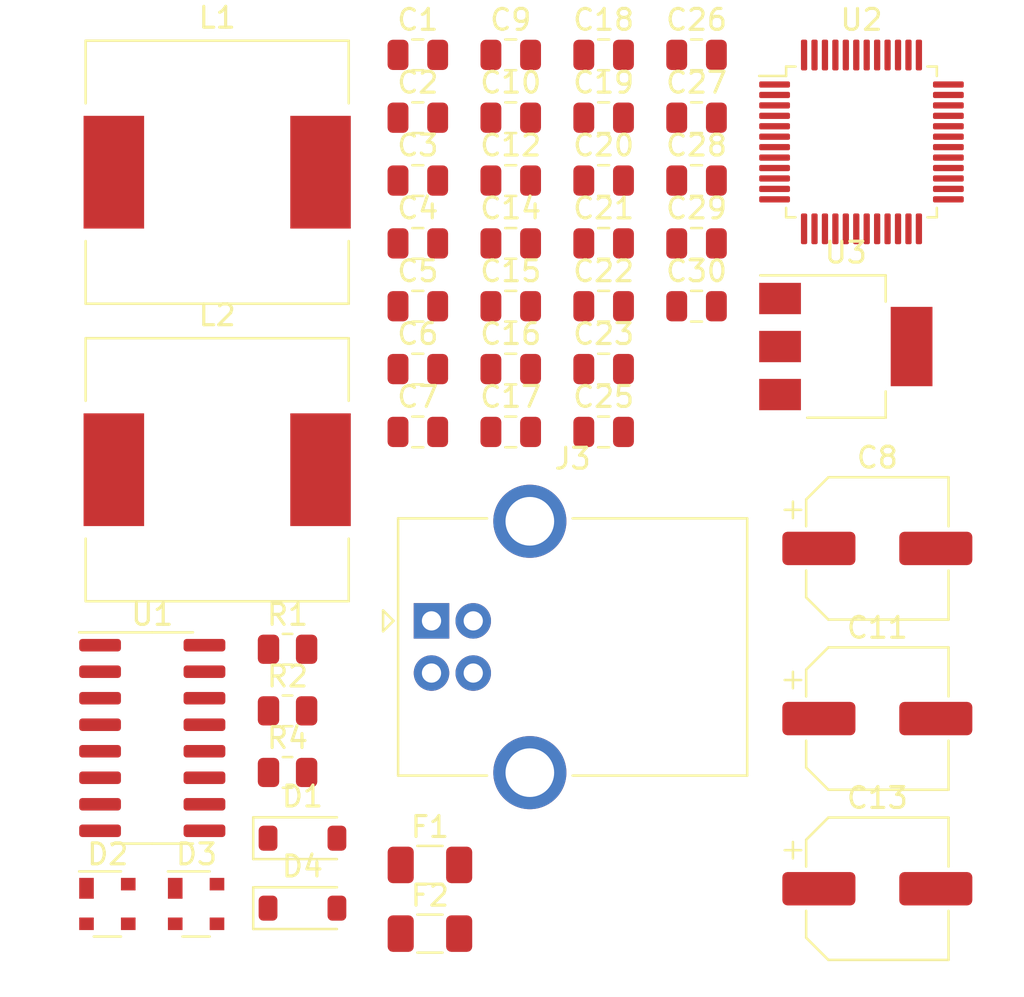
<source format=kicad_pcb>
(kicad_pcb (version 20221018) (generator pcbnew)
  (layers (0 "F.Cu" signal) (31 "B.Cu" signal) (34 "B.Paste" user) (35 "F.Paste" user) (36 "B.SilkS" user "B.Silkscreen") (37 "F.SilkS" user "F.Silkscreen") (38 "B.Mask" user) (39 "F.Mask" user) (44 "Edge.Cuts" user))
  (net 0 "")
  (net 1 "Net-(U2-MUTEP)")
  (net 2 "GND")
  (net 3 "Net-(U2-MUTER)")
  (net 4 "Net-(U2-VOLUP)")
  (net 5 "DAT_OUT")
  (net 6 "Net-(U2-MICINL)")
  (net 7 "Net-(U2-MICINR)")
  (net 8 "Net-(U2-VOLDN)")
  (net 9 "+5VA")
  (net 10 "+5P")
  (net 11 "+5V")
  (net 12 "+3.3V")
  (net 13 "Net-(U2-LOL)")
  (net 14 "DAT_IN")
  (net 15 "Net-(U2-LOR)")
  (net 16 "Net-(U2-DREG33)")
  (net 17 "Net-(U2-DREG18)")
  (net 18 "Net-(U1-VDD18)")
  (net 19 "Net-(U1-VDD33)")
  (net 20 "Net-(U2-AREG36)")
  (net 21 "+3.3VA")
  (net 22 "Net-(D1-K)")
  (net 23 "Net-(D2-I{slash}O1)")
  (net 24 "Net-(D2-I{slash}O2)")
  (net 25 "Net-(D3-I{slash}O1)")
  (net 26 "Net-(D3-I{slash}O2)")
  (net 27 "Net-(D4-K)")
  (net 28 "Net-(J1-Pad5)")
  (net 29 "Net-(J1-Pad1)")
  (net 34 "Net-(U1-DM2)")
  (net 35 "Net-(U1-DP2)")
  (net 36 "Net-(U1-XOUT)")
  (net 37 "Net-(U1-XIN)")
  (footprint "Capacitor_SMD:C_0805_2012Metric" (layer "F.Cu") (at 157.318 82.844)
    (fp_text reference "C22" (at 0 -1.68) (layer "F.SilkS"))
    (fp_text value "10uF")
    (fp_line (start -0.261252 -0.735) (end 0.261252 -0.735) (stroke (width 0.12)) (layer "F.SilkS"))
    (fp_line (start -0.261252 0.735) (end 0.261252 0.735) (stroke (width 0.12)) (layer "F.SilkS"))
    (pad "1" smd roundrect (at -0.95 0) (size 1 1.45) (layers "F.Cu" "F.Paste" "F.Mask") (net 20 "Net-(U2-AREG36)"))
    (pad "2" smd roundrect (at 0.95 0) (size 1 1.45) (layers "F.Cu" "F.Paste" "F.Mask") (net 2 "GND"))
  )
  (footprint "Capacitor_SMD:C_0805_2012Metric" (layer "F.Cu") (at 148.418 88.864)
    (fp_text reference "C7" (at 0 -1.68) (layer "F.SilkS"))
    (fp_text value "100nF")
    (fp_line (start -0.261252 -0.735) (end 0.261252 -0.735) (stroke (width 0.12)) (layer "F.SilkS"))
    (fp_line (start -0.261252 0.735) (end 0.261252 0.735) (stroke (width 0.12)) (layer "F.SilkS"))
    (pad "1" smd roundrect (at -0.95 0) (size 1 1.45) (layers "F.Cu" "F.Paste" "F.Mask") (net 9 "+5VA"))
    (pad "2" smd roundrect (at 0.95 0) (size 1 1.45) (layers "F.Cu" "F.Paste" "F.Mask") (net 2 "GND"))
  )
  (footprint "Capacitor_SMD:C_0805_2012Metric" (layer "F.Cu") (at 152.868 79.834)
    (fp_text reference "C14" (at 0 -1.68) (layer "F.SilkS"))
    (fp_text value "100nF")
    (fp_line (start -0.261252 -0.735) (end 0.261252 -0.735) (stroke (width 0.12)) (layer "F.SilkS"))
    (fp_line (start -0.261252 0.735) (end 0.261252 0.735) (stroke (width 0.12)) (layer "F.SilkS"))
    (pad "1" smd roundrect (at -0.95 0) (size 1 1.45) (layers "F.Cu" "F.Paste" "F.Mask") (net 12 "+3.3V"))
    (pad "2" smd roundrect (at 0.95 0) (size 1 1.45) (layers "F.Cu" "F.Paste" "F.Mask") (net 2 "GND"))
  )
  (footprint "Capacitor_SMD:C_0805_2012Metric" (layer "F.Cu") (at 161.768 70.804)
    (fp_text reference "C26" (at 0 -1.68) (layer "F.SilkS"))
    (fp_text value "100nF")
    (fp_line (start -0.261252 -0.735) (end 0.261252 -0.735) (stroke (width 0.12)) (layer "F.SilkS"))
    (fp_line (start -0.261252 0.735) (end 0.261252 0.735) (stroke (width 0.12)) (layer "F.SilkS"))
    (pad "1" smd roundrect (at -0.95 0) (size 1 1.45) (layers "F.Cu" "F.Paste" "F.Mask") (net 11 "+5V"))
    (pad "2" smd roundrect (at 0.95 0) (size 1 1.45) (layers "F.Cu" "F.Paste" "F.Mask") (net 2 "GND"))
  )
  (footprint "Capacitor_SMD:C_0805_2012Metric" (layer "F.Cu") (at 157.318 73.814)
    (fp_text reference "C19" (at 0 -1.68) (layer "F.SilkS"))
    (fp_text value "1uF")
    (fp_line (start -0.261252 -0.735) (end 0.261252 -0.735) (stroke (width 0.12)) (layer "F.SilkS"))
    (fp_line (start -0.261252 0.735) (end 0.261252 0.735) (stroke (width 0.12)) (layer "F.SilkS"))
    (pad "1" smd roundrect (at -0.95 0) (size 1 1.45) (layers "F.Cu" "F.Paste" "F.Mask") (net 18 "Net-(U1-VDD18)"))
    (pad "2" smd roundrect (at 0.95 0) (size 1 1.45) (layers "F.Cu" "F.Paste" "F.Mask") (net 2 "GND"))
  )
  (footprint "Capacitor_SMD:CP_Elec_6.3x5.4" (layer "F.Cu") (at 170.428 94.444)
    (fp_text reference "C8" (at 0 -4.35) (layer "F.SilkS"))
    (fp_text value "100uF")
    (fp_line (start -4.4375 -1.8475) (end -3.65 -1.8475) (stroke (width 0.12)) (layer "F.SilkS"))
    (fp_line (start -4.04375 -2.24125) (end -4.04375 -1.45375) (stroke (width 0.12)) (layer "F.SilkS"))
    (fp_line (start -3.41 -2.345563) (end -3.41 -1.06) (stroke (width 0.12)) (layer "F.SilkS"))
    (fp_line (start -3.41 -2.345563) (end -2.345563 -3.41) (stroke (width 0.12)) (layer "F.SilkS"))
    (fp_line (start -3.41 2.345563) (end -3.41 1.06) (stroke (width 0.12)) (layer "F.SilkS"))
    (fp_line (start -3.41 2.345563) (end -2.345563 3.41) (stroke (width 0.12)) (layer "F.SilkS"))
    (fp_line (start -2.345563 -3.41) (end 3.41 -3.41) (stroke (width 0.12)) (layer "F.SilkS"))
    (fp_line (start -2.345563 3.41) (end 3.41 3.41) (stroke (width 0.12)) (layer "F.SilkS"))
    (fp_line (start 3.41 -3.41) (end 3.41 -1.06) (stroke (width 0.12)) (layer "F.SilkS"))
    (fp_line (start 3.41 3.41) (end 3.41 1.06) (stroke (width 0.12)) (layer "F.SilkS"))
    (pad "1" smd roundrect (at -2.8 0) (size 3.5 1.6) (layers "F.Cu" "F.Paste" "F.Mask") (roundrect_rratio 0.15625) (net 10 "+5P"))
    (pad "2" smd roundrect (at 2.8 0) (size 3.5 1.6) (layers "F.Cu" "F.Paste" "F.Mask") (roundrect_rratio 0.15625) (net 2 "GND"))
  )
  (footprint "Fuse:Fuse_1206_3216Metric" (layer "F.Cu") (at 148.998 112.894)
    (fp_text reference "F2" (at 0 -1.82) (layer "F.SilkS"))
    (fp_text value "Polyfuse")
    (fp_line (start -0.602064 -0.91) (end 0.602064 -0.91) (stroke (width 0.12)) (layer "F.SilkS"))
    (fp_line (start -0.602064 0.91) (end 0.602064 0.91) (stroke (width 0.12)) (layer "F.SilkS"))
    (pad "1" smd roundrect (at -1.4 0) (size 1.25 1.75) (layers "F.Cu" "F.Paste" "F.Mask") (roundrect_rratio 0.2) (net 11 "+5V"))
    (pad "2" smd roundrect (at 1.4 0) (size 1.25 1.75) (layers "F.Cu" "F.Paste" "F.Mask") (roundrect_rratio 0.2) (net 27 "Net-(D4-K)"))
  )
  (footprint "Capacitor_SMD:C_0805_2012Metric" (layer "F.Cu") (at 148.418 85.854)
    (fp_text reference "C6" (at 0 -1.68) (layer "F.SilkS"))
    (fp_text value "100nF")
    (fp_line (start -0.261252 -0.735) (end 0.261252 -0.735) (stroke (width 0.12)) (layer "F.SilkS"))
    (fp_line (start -0.261252 0.735) (end 0.261252 0.735) (stroke (width 0.12)) (layer "F.SilkS"))
    (pad "1" smd roundrect (at -0.95 0) (size 1 1.45) (layers "F.Cu" "F.Paste" "F.Mask") (net 8 "Net-(U2-VOLDN)"))
    (pad "2" smd roundrect (at 0.95 0) (size 1 1.45) (layers "F.Cu" "F.Paste" "F.Mask") (net 2 "GND"))
  )
  (footprint "Capacitor_SMD:C_0805_2012Metric" (layer "F.Cu") (at 152.868 76.824)
    (fp_text reference "C12" (at 0 -1.68) (layer "F.SilkS"))
    (fp_text value "100nF")
    (fp_line (start -0.261252 -0.735) (end 0.261252 -0.735) (stroke (width 0.12)) (layer "F.SilkS"))
    (fp_line (start -0.261252 0.735) (end 0.261252 0.735) (stroke (width 0.12)) (layer "F.SilkS"))
    (pad "1" smd roundrect (at -0.95 0) (size 1 1.45) (layers "F.Cu" "F.Paste" "F.Mask") (net 11 "+5V"))
    (pad "2" smd roundrect (at 0.95 0) (size 1 1.45) (layers "F.Cu" "F.Paste" "F.Mask") (net 2 "GND"))
  )
  (footprint "Capacitor_SMD:C_0805_2012Metric" (layer "F.Cu") (at 152.868 85.854)
    (fp_text reference "C16" (at 0 -1.68) (layer "F.SilkS"))
    (fp_text value "1uF")
    (fp_line (start -0.261252 -0.735) (end 0.261252 -0.735) (stroke (width 0.12)) (layer "F.SilkS"))
    (fp_line (start -0.261252 0.735) (end 0.261252 0.735) (stroke (width 0.12)) (layer "F.SilkS"))
    (pad "1" smd roundrect (at -0.95 0) (size 1 1.45) (layers "F.Cu" "F.Paste" "F.Mask") (net 15 "Net-(U2-LOR)"))
    (pad "2" smd roundrect (at 0.95 0) (size 1 1.45) (layers "F.Cu" "F.Paste" "F.Mask") (net 14 "DAT_IN"))
  )
  (footprint "Package_SO:SOP-16_3.9x9.9mm_P1.27mm" (layer "F.Cu") (at 135.698 103.524)
    (fp_text reference "U1" (at 0 -5.9) (layer "F.SilkS"))
    (fp_text value "SL2.1A")
    (fp_line (start 0 -5.06) (end -3.5 -5.06) (stroke (width 0.12)) (layer "F.SilkS"))
    (fp_line (start 0 -5.06) (end 1.95 -5.06) (stroke (width 0.12)) (layer "F.SilkS"))
    (fp_line (start 0 5.06) (end -1.95 5.06) (stroke (width 0.12)) (layer "F.SilkS"))
    (fp_line (start 0 5.06) (end 1.95 5.06) (stroke (width 0.12)) (layer "F.SilkS"))
    (pad "1" smd roundrect (at -2.5 -4.445) (size 2 0.6) (layers "F.Cu" "F.Paste" "F.Mask"))
    (pad "2" smd roundrect (at -2.5 -3.175) (size 2 0.6) (layers "F.Cu" "F.Paste" "F.Mask"))
    (pad "3" smd roundrect (at -2.5 -1.905) (size 2 0.6) (layers "F.Cu" "F.Paste" "F.Mask"))
    (pad "4" smd roundrect (at -2.5 -0.635) (size 2 0.6) (layers "F.Cu" "F.Paste" "F.Mask"))
    (pad "5" smd roundrect (at -2.5 0.635) (size 2 0.6) (layers "F.Cu" "F.Paste" "F.Mask") (net 34 "Net-(U1-DM2)"))
    (pad "6" smd roundrect (at -2.5 1.905) (size 2 0.6) (layers "F.Cu" "F.Paste" "F.Mask") (net 35 "Net-(U1-DP2)"))
    (pad "7" smd roundrect (at -2.5 3.175) (size 2 0.6) (layers "F.Cu" "F.Paste" "F.Mask") (net 23 "Net-(D2-I{slash}O1)"))
    (pad "8" smd roundrect (at -2.5 4.445) (size 2 0.6) (layers "F.Cu" "F.Paste" "F.Mask") (net 24 "Net-(D2-I{slash}O2)"))
    (pad "9" smd roundrect (at 2.5 4.445) (size 2 0.6) (layers "F.Cu" "F.Paste" "F.Mask") (net 26 "Net-(D3-I{slash}O2)"))
    (pad "10" smd roundrect (at 2.5 3.175) (size 2 0.6) (layers "F.Cu" "F.Paste" "F.Mask") (net 25 "Net-(D3-I{slash}O1)"))
    (pad "11" smd roundrect (at 2.5 1.905) (size 2 0.6) (layers "F.Cu" "F.Paste" "F.Mask") (net 11 "+5V"))
    (pad "12" smd roundrect (at 2.5 0.635) (size 2 0.6) (layers "F.Cu" "F.Paste" "F.Mask") (net 2 "GND"))
    (pad "13" smd roundrect (at 2.5 -0.635) (size 2 0.6) (layers "F.Cu" "F.Paste" "F.Mask") (net 19 "Net-(U1-VDD33)"))
    (pad "14" smd roundrect (at 2.5 -1.905) (size 2 0.6) (layers "F.Cu" "F.Paste" "F.Mask") (net 18 "Net-(U1-VDD18)"))
    (pad "15" smd roundrect (at 2.5 -3.175) (size 2 0.6) (layers "F.Cu" "F.Paste" "F.Mask") (net 36 "Net-(U1-XOUT)"))
    (pad "16" smd roundrect (at 2.5 -4.445) (size 2 0.6) (layers "F.Cu" "F.Paste" "F.Mask") (net 37 "Net-(U1-XIN)"))
  )
  (footprint "Resistor_SMD:R_0805_2012Metric" (layer "F.Cu") (at 142.178 99.274)
    (fp_text reference "R1" (at 0 -1.65) (layer "F.SilkS"))
    (fp_text value "0")
    (fp_line (start -0.227064 -0.735) (end 0.227064 -0.735) (stroke (width 0.12)) (layer "F.SilkS"))
    (fp_line (start -0.227064 0.735) (end 0.227064 0.735) (stroke (width 0.12)) (layer "F.SilkS"))
    (pad "1" smd roundrect (at -0.9125 0) (size 1.025 1.4) (layers "F.Cu" "F.Paste" "F.Mask") (roundrect_rratio 0.243902) (net 28 "Net-(J1-Pad5)"))
    (pad "2" smd roundrect (at 0.9125 0) (size 1.025 1.4) (layers "F.Cu" "F.Paste" "F.Mask") (roundrect_rratio 0.243902) (net 5 "DAT_OUT"))
  )
  (footprint "Capacitor_SMD:C_0805_2012Metric" (layer "F.Cu") (at 152.868 70.804)
    (fp_text reference "C9" (at 0 -1.68) (layer "F.SilkS"))
    (fp_text value "100nF")
    (fp_line (start -0.261252 -0.735) (end 0.261252 -0.735) (stroke (width 0.12)) (layer "F.SilkS"))
    (fp_line (start -0.261252 0.735) (end 0.261252 0.735) (stroke (width 0.12)) (layer "F.SilkS"))
    (pad "1" smd roundrect (at -0.95 0) (size 1 1.45) (layers "F.Cu" "F.Paste" "F.Mask") (net 9 "+5VA"))
    (pad "2" smd roundrect (at 0.95 0) (size 1 1.45) (layers "F.Cu" "F.Paste" "F.Mask") (net 2 "GND"))
  )
  (footprint "Capacitor_SMD:C_0805_2012Metric" (layer "F.Cu") (at 161.768 79.834)
    (fp_text reference "C29" (at 0 -1.68) (layer "F.SilkS"))
    (fp_text value "100nF")
    (fp_line (start -0.261252 -0.735) (end 0.261252 -0.735) (stroke (width 0.12)) (layer "F.SilkS"))
    (fp_line (start -0.261252 0.735) (end 0.261252 0.735) (stroke (width 0.12)) (layer "F.SilkS"))
    (pad "1" smd roundrect (at -0.95 0) (size 1 1.45) (layers "F.Cu" "F.Paste" "F.Mask") (net 21 "+3.3VA"))
    (pad "2" smd roundrect (at 0.95 0) (size 1 1.45) (layers "F.Cu" "F.Paste" "F.Mask") (net 2 "GND"))
  )
  (footprint "Capacitor_SMD:C_0805_2012Metric" (layer "F.Cu") (at 161.768 73.814)
    (fp_text reference "C27" (at 0 -1.68) (layer "F.SilkS"))
    (fp_text value "10uF")
    (fp_line (start -0.261252 -0.735) (end 0.261252 -0.735) (stroke (width 0.12)) (layer "F.SilkS"))
    (fp_line (start -0.261252 0.735) (end 0.261252 0.735) (stroke (width 0.12)) (layer "F.SilkS"))
    (pad "1" smd roundrect (at -0.95 0) (size 1 1.45) (layers "F.Cu" "F.Paste" "F.Mask") (net 12 "+3.3V"))
    (pad "2" smd roundrect (at 0.95 0) (size 1 1.45) (layers "F.Cu" "F.Paste" "F.Mask") (net 2 "GND"))
  )
  (footprint "Capacitor_SMD:C_0805_2012Metric" (layer "F.Cu") (at 148.418 70.804)
    (fp_text reference "C1" (at 0 -1.68) (layer "F.SilkS"))
    (fp_text value "100nF")
    (fp_line (start -0.261252 -0.735) (end 0.261252 -0.735) (stroke (width 0.12)) (layer "F.SilkS"))
    (fp_line (start -0.261252 0.735) (end 0.261252 0.735) (stroke (width 0.12)) (layer "F.SilkS"))
    (pad "1" smd roundrect (at -0.95 0) (size 1 1.45) (layers "F.Cu" "F.Paste" "F.Mask") (net 1 "Net-(U2-MUTEP)"))
    (pad "2" smd roundrect (at 0.95 0) (size 1 1.45) (layers "F.Cu" "F.Paste" "F.Mask") (net 2 "GND"))
  )
  (footprint "Package_TO_SOT_SMD:SOT-143" (layer "F.Cu") (at 133.548 111.474)
    (fp_text reference "D2" (at 0.02 -2.38) (layer "F.SilkS"))
    (fp_text value "PRTR5V0U2X")
    (fp_line (start -0.65 1.56) (end 0.65 1.56) (stroke (width 0.12)) (layer "F.SilkS"))
    (fp_line (start 0.65 -1.56) (end -1.35 -1.56) (stroke (width 0.12)) (layer "F.SilkS"))
    (pad "1" smd rect (at -1 -0.75) (size 0.7 1) (layers "F.Cu" "F.Paste" "F.Mask") (net 2 "GND"))
    (pad "2" smd rect (at -1 0.95) (size 0.7 0.6) (layers "F.Cu" "F.Paste" "F.Mask") (net 23 "Net-(D2-I{slash}O1)"))
    (pad "3" smd rect (at 1 0.95) (size 0.7 0.6) (layers "F.Cu" "F.Paste" "F.Mask") (net 24 "Net-(D2-I{slash}O2)"))
    (pad "4" smd rect (at 1 -0.95) (size 0.7 0.6) (layers "F.Cu" "F.Paste" "F.Mask") (net 10 "+5P"))
  )
  (footprint "Capacitor_SMD:C_0805_2012Metric" (layer "F.Cu") (at 157.318 79.834)
    (fp_text reference "C21" (at 0 -1.68) (layer "F.SilkS"))
    (fp_text value "10uF")
    (fp_line (start -0.261252 -0.735) (end 0.261252 -0.735) (stroke (width 0.12)) (layer "F.SilkS"))
    (fp_line (start -0.261252 0.735) (end 0.261252 0.735) (stroke (width 0.12)) (layer "F.SilkS"))
    (pad "1" smd roundrect (at -0.95 0) (size 1 1.45) (layers "F.Cu" "F.Paste" "F.Mask") (net 11 "+5V"))
    (pad "2" smd roundrect (at 0.95 0) (size 1 1.45) (layers "F.Cu" "F.Paste" "F.Mask") (net 2 "GND"))
  )
  (footprint "Capacitor_SMD:C_0805_2012Metric" (layer "F.Cu") (at 157.318 88.864)
    (fp_text reference "C25" (at 0 -1.68) (layer "F.SilkS"))
    (fp_text value "100nF")
    (fp_line (start -0.261252 -0.735) (end 0.261252 -0.735) (stroke (width 0.12)) (layer "F.SilkS"))
    (fp_line (start -0.261252 0.735) (end 0.261252 0.735) (stroke (width 0.12)) (layer "F.SilkS"))
    (pad "1" smd roundrect (at -0.95 0) (size 1 1.45) (layers "F.Cu" "F.Paste" "F.Mask") (net 12 "+3.3V"))
    (pad "2" smd roundrect (at 0.95 0) (size 1 1.45) (layers "F.Cu" "F.Paste" "F.Mask") (net 2 "GND"))
  )
  (footprint "Capacitor_SMD:C_0805_2012Metric" (layer "F.Cu") (at 152.868 82.844)
    (fp_text reference "C15" (at 0 -1.68) (layer "F.SilkS"))
    (fp_text value "1uF")
    (fp_line (start -0.261252 -0.735) (end 0.261252 -0.735) (stroke (width 0.12)) (layer "F.SilkS"))
    (fp_line (start -0.261252 0.735) (end 0.261252 0.735) (stroke (width 0.12)) (layer "F.SilkS"))
    (pad "1" smd roundrect (at -0.95 0) (size 1 1.45) (layers "F.Cu" "F.Paste" "F.Mask") (net 13 "Net-(U2-LOL)"))
    (pad "2" smd roundrect (at 0.95 0) (size 1 1.45) (layers "F.Cu" "F.Paste" "F.Mask") (net 14 "DAT_IN"))
  )
  (footprint "Capacitor_SMD:C_0805_2012Metric" (layer "F.Cu") (at 157.318 85.854)
    (fp_text reference "C23" (at 0 -1.68) (layer "F.SilkS"))
    (fp_text value "100nF")
    (fp_line (start -0.261252 -0.735) (end 0.261252 -0.735) (stroke (width 0.12)) (layer "F.SilkS"))
    (fp_line (start -0.261252 0.735) (end 0.261252 0.735) (stroke (width 0.12)) (layer "F.SilkS"))
    (pad "1" smd roundrect (at -0.95 0) (size 1 1.45) (layers "F.Cu" "F.Paste" "F.Mask") (net 11 "+5V"))
    (pad "2" smd roundrect (at 0.95 0) (size 1 1.45) (layers "F.Cu" "F.Paste" "F.Mask") (net 2 "GND"))
  )
  (footprint "Capacitor_SMD:C_0805_2012Metric" (layer "F.Cu") (at 148.418 76.824)
    (fp_text reference "C3" (at 0 -1.68) (layer "F.SilkS"))
    (fp_text value "100nF")
    (fp_line (start -0.261252 -0.735) (end 0.261252 -0.735) (stroke (width 0.12)) (layer "F.SilkS"))
    (fp_line (start -0.261252 0.735) (end 0.261252 0.735) (stroke (width 0.12)) (layer "F.SilkS"))
    (pad "1" smd roundrect (at -0.95 0) (size 1 1.45) (layers "F.Cu" "F.Paste" "F.Mask") (net 4 "Net-(U2-VOLUP)"))
    (pad "2" smd roundrect (at 0.95 0) (size 1 1.45) (layers "F.Cu" "F.Paste" "F.Mask") (net 2 "GND"))
  )
  (footprint "Resistor_SMD:R_0805_2012Metric" (layer "F.Cu") (at 142.178 102.224)
    (fp_text reference "R2" (at 0 -1.65) (layer "F.SilkS"))
    (fp_text value "0")
    (fp_line (start -0.227064 -0.735) (end 0.227064 -0.735) (stroke (width 0.12)) (layer "F.SilkS"))
    (fp_line (start -0.227064 0.735) (end 0.227064 0.735) (stroke (width 0.12)) (layer "F.SilkS"))
    (pad "1" smd roundrect (at -0.9125 0) (size 1.025 1.4) (layers "F.Cu" "F.Paste" "F.Mask") (roundrect_rratio 0.243902) (net 29 "Net-(J1-Pad1)"))
    (pad "2" smd roundrect (at 0.9125 0) (size 1.025 1.4) (layers "F.Cu" "F.Paste" "F.Mask") (roundrect_rratio 0.243902) (net 14 "DAT_IN"))
  )
  (footprint "Capacitor_SMD:C_0805_2012Metric" (layer "F.Cu") (at 152.868 73.814)
    (fp_text reference "C10" (at 0 -1.68) (layer "F.SilkS"))
    (fp_text value "100nF")
    (fp_line (start -0.261252 -0.735) (end 0.261252 -0.735) (stroke (width 0.12)) (layer "F.SilkS"))
    (fp_line (start -0.261252 0.735) (end 0.261252 0.735) (stroke (width 0.12)) (layer "F.SilkS"))
    (pad "1" smd roundrect (at -0.95 0) (size 1 1.45) (layers "F.Cu" "F.Paste" "F.Mask") (net 11 "+5V"))
    (pad "2" smd roundrect (at 0.95 0) (size 1 1.45) (layers "F.Cu" "F.Paste" "F.Mask") (net 2 "GND"))
  )
  (footprint "Capacitor_SMD:CP_Elec_6.3x5.4" (layer "F.Cu") (at 170.428 110.744)
    (fp_text reference "C13" (at 0 -4.35) (layer "F.SilkS"))
    (fp_text value "100uF")
    (fp_line (start -4.4375 -1.8475) (end -3.65 -1.8475) (stroke (width 0.12)) (layer "F.SilkS"))
    (fp_line (start -4.04375 -2.24125) (end -4.04375 -1.45375) (stroke (width 0.12)) (layer "F.SilkS"))
    (fp_line (start -3.41 -2.345563) (end -3.41 -1.06) (stroke (width 0.12)) (layer "F.SilkS"))
    (fp_line (start -3.41 -2.345563) (end -2.345563 -3.41) (stroke (width 0.12)) (layer "F.SilkS"))
    (fp_line (start -3.41 2.345563) (end -3.41 1.06) (stroke (width 0.12)) (layer "F.SilkS"))
    (fp_line (start -3.41 2.345563) (end -2.345563 3.41) (stroke (width 0.12)) (layer "F.SilkS"))
    (fp_line (start -2.345563 -3.41) (end 3.41 -3.41) (stroke (width 0.12)) (layer "F.SilkS"))
    (fp_line (start -2.345563 3.41) (end 3.41 3.41) (stroke (width 0.12)) (layer "F.SilkS"))
    (fp_line (start 3.41 -3.41) (end 3.41 -1.06) (stroke (width 0.12)) (layer "F.SilkS"))
    (fp_line (start 3.41 3.41) (end 3.41 1.06) (stroke (width 0.12)) (layer "F.SilkS"))
    (pad "1" smd roundrect (at -2.8 0) (size 3.5 1.6) (layers "F.Cu" "F.Paste" "F.Mask") (roundrect_rratio 0.15625) (net 10 "+5P"))
    (pad "2" smd roundrect (at 2.8 0) (size 3.5 1.6) (layers "F.Cu" "F.Paste" "F.Mask") (roundrect_rratio 0.15625) (net 2 "GND"))
  )
  (footprint "Resistor_SMD:R_0805_2012Metric" (layer "F.Cu") (at 142.178 105.174)
    (fp_text reference "R4" (at 0 -1.65) (layer "F.SilkS"))
    (fp_text value "0")
    (fp_line (start -0.227064 -0.735) (end 0.227064 -0.735) (stroke (width 0.12)) (layer "F.SilkS"))
    (fp_line (start -0.227064 0.735) (end 0.227064 0.735) (stroke (width 0.12)) (layer "F.SilkS"))
    (pad "1" smd roundrect (at -0.9125 0) (size 1.025 1.4) (layers "F.Cu" "F.Paste" "F.Mask") (roundrect_rratio 0.243902) (net 21 "+3.3VA"))
    (pad "2" smd roundrect (at 0.9125 0) (size 1.025 1.4) (layers "F.Cu" "F.Paste" "F.Mask") (roundrect_rratio 0.243902) (net 20 "Net-(U2-AREG36)"))
  )
  (footprint "Capacitor_SMD:C_0805_2012Metric" (layer "F.Cu") (at 152.868 88.864)
    (fp_text reference "C17" (at 0 -1.68) (layer "F.SilkS"))
    (fp_text value "10uF")
    (fp_line (start -0.261252 -0.735) (end 0.261252 -0.735) (stroke (width 0.12)) (layer "F.SilkS"))
    (fp_line (start -0.261252 0.735) (end 0.261252 0.735) (stroke (width 0.12)) (layer "F.SilkS"))
    (pad "1" smd roundrect (at -0.95 0) (size 1 1.45) (layers "F.Cu" "F.Paste" "F.Mask") (net 16 "Net-(U2-DREG33)"))
    (pad "2" smd roundrect (at 0.95 0) (size 1 1.45) (layers "F.Cu" "F.Paste" "F.Mask") (net 2 "GND"))
  )
  (footprint "Capacitor_SMD:C_0805_2012Metric" (layer "F.Cu") (at 157.318 76.824)
    (fp_text reference "C20" (at 0 -1.68) (layer "F.SilkS"))
    (fp_text value "1uF")
    (fp_line (start -0.261252 -0.735) (end 0.261252 -0.735) (stroke (width 0.12)) (layer "F.SilkS"))
    (fp_line (start -0.261252 0.735) (end 0.261252 0.735) (stroke (width 0.12)) (layer "F.SilkS"))
    (pad "1" smd roundrect (at -0.95 0) (size 1 1.45) (layers "F.Cu" "F.Paste" "F.Mask") (net 19 "Net-(U1-VDD33)"))
    (pad "2" smd roundrect (at 0.95 0) (size 1 1.45) (layers "F.Cu" "F.Paste" "F.Mask") (net 2 "GND"))
  )
  (footprint "Capacitor_SMD:C_0805_2012Metric" (layer "F.Cu") (at 148.418 82.844)
    (fp_text reference "C5" (at 0 -1.68) (layer "F.SilkS"))
    (fp_text value "0.47uF")
    (fp_line (start -0.261252 -0.735) (end 0.261252 -0.735) (stroke (width 0.12)) (layer "F.SilkS"))
    (fp_line (start -0.261252 0.735) (end 0.261252 0.735) (stroke (width 0.12)) (layer "F.SilkS"))
    (pad "1" smd roundrect (at -0.95 0) (size 1 1.45) (layers "F.Cu" "F.Paste" "F.Mask") (net 5 "DAT_OUT"))
    (pad "2" smd roundrect (at 0.95 0) (size 1 1.45) (layers "F.Cu" "F.Paste" "F.Mask") (net 7 "Net-(U2-MICINR)"))
  )
  (footprint "Connector_USB:USB_B_OST_USB-B1HSxx_Horizontal" (layer "F.Cu") (at 149.073 97.914)
    (fp_text reference "J3" (at 6.76 -7.77) (layer "F.SilkS"))
    (fp_text value "USB_B")
    (fp_line (start -2.32 -0.5) (end -2.32 0.5) (stroke (width 0.12)) (layer "F.SilkS"))
    (fp_line (start -2.32 0.5) (end -1.82 0) (stroke (width 0.12)) (layer "F.SilkS"))
    (fp_line (start -1.82 0) (end -2.32 -0.5) (stroke (width 0.12)) (layer "F.SilkS"))
    (fp_line (start -1.6 -4.91) (end -1.6 7.41) (stroke (width 0.12)) (layer "F.SilkS"))
    (fp_line (start -1.6 7.41) (end 2.66 7.41) (stroke (width 0.12)) (layer "F.SilkS"))
    (fp_line (start 2.66 -4.91) (end -1.6 -4.91) (stroke (width 0.12)) (layer "F.SilkS"))
    (fp_line (start 6.76 -4.91) (end 15.12 -4.91) (stroke (width 0.12)) (layer "F.SilkS"))
    (fp_line (start 15.12 -4.91) (end 15.12 7.41) (stroke (width 0.12)) (layer "F.SilkS"))
    (fp_line (start 15.12 7.41) (end 6.76 7.41) (stroke (width 0.12)) (layer "F.SilkS"))
    (pad "1" thru_hole rect (at 0 0) (size 1.7 1.7) (drill 0.92) (layers "*.Cu" "*.Mask") (net 10 "+5P"))
    (pad "2" thru_hole circle (at 0 2.5) (size 1.7 1.7) (drill 0.92) (layers "*.Cu" "*.Mask") (net 26 "Net-(D3-I{slash}O2)"))
    (pad "3" thru_hole circle (at 2 2.5) (size 1.7 1.7) (drill 0.92) (layers "*.Cu" "*.Mask") (net 25 "Net-(D3-I{slash}O1)"))
    (pad "4" thru_hole circle (at 2 0) (size 1.7 1.7) (drill 0.92) (layers "*.Cu" "*.Mask") (net 2 "GND"))
    (pad "5" thru_hole circle (at 4.71 -4.77) (size 3.5 3.5) (drill 2.33) (layers "*.Cu" "*.Mask") (net 2 "GND"))
    (pad "5" thru_hole circle (at 4.71 7.27) (size 3.5 3.5) (drill 2.33) (layers "*.Cu" "*.Mask") (net 2 "GND"))
  )
  (footprint "Package_TO_SOT_SMD:SOT-223-3_TabPin2" (layer "F.Cu") (at 168.918 84.774)
    (fp_text reference "U3" (at 0 -4.5) (layer "F.SilkS"))
    (fp_text value "NCP1117-3.3_SOT223")
    (fp_line (start -4.1 -3.41) (end 1.91 -3.41) (stroke (width 0.12)) (layer "F.SilkS"))
    (fp_line (start -1.85 3.41) (end 1.91 3.41) (stroke (width 0.12)) (layer "F.SilkS"))
    (fp_line (start 1.91 -3.41) (end 1.91 -2.15) (stroke (width 0.12)) (layer "F.SilkS"))
    (fp_line (start 1.91 3.41) (end 1.91 2.15) (stroke (width 0.12)) (layer "F.SilkS"))
    (pad "1" smd rect (at -3.15 -2.3) (size 2 1.5) (layers "F.Cu" "F.Paste" "F.Mask") (net 2 "GND"))
    (pad "2" smd rect (at -3.15 0) (size 2 1.5) (layers "F.Cu" "F.Paste" "F.Mask") (net 12 "+3.3V"))
    (pad "2" smd rect (at 3.15 0) (size 2 3.8) (layers "F.Cu" "F.Paste" "F.Mask") (net 12 "+3.3V"))
    (pad "3" smd rect (at -3.15 2.3) (size 2 1.5) (layers "F.Cu" "F.Paste" "F.Mask") (net 11 "+5V"))
  )
  (footprint "Diode_SMD:D_SOD-123" (layer "F.Cu") (at 142.893 108.324)
    (fp_text reference "D1" (at 0 -2) (layer "F.SilkS"))
    (fp_text value "D_Schottky")
    (fp_line (start -2.36 -1) (end -2.36 1) (stroke (width 0.12)) (layer "F.SilkS"))
    (fp_line (start -2.36 -1) (end 1.65 -1) (stroke (width 0.12)) (layer "F.SilkS"))
    (fp_line (start -2.36 1) (end 1.65 1) (stroke (width 0.12)) (layer "F.SilkS"))
    (pad "1" smd roundrect (at -1.65 0) (size 0.9 1.2) (layers "F.Cu" "F.Paste" "F.Mask") (net 22 "Net-(D1-K)"))
    (pad "2" smd roundrect (at 1.65 0) (size 0.9 1.2) (layers "F.Cu" "F.Paste" "F.Mask") (net 10 "+5P"))
  )
  (footprint "Inductor_SMD:L_12x12mm_H8mm" (layer "F.Cu") (at 138.808 76.424)
    (fp_text reference "L1" (at 0 -7.4) (layer "F.SilkS"))
    (fp_text value "100uH")
    (fp_line (start -6.3 -6.3) (end 6.3 -6.3) (stroke (width 0.12)) (layer "F.SilkS"))
    (fp_line (start -6.3 -3.3) (end -6.3 -6.3) (stroke (width 0.12)) (layer "F.SilkS"))
    (fp_line (start -6.3 6.3) (end -6.3 3.3) (stroke (width 0.12)) (layer "F.SilkS"))
    (fp_line (start 6.3 -6.3) (end 6.3 -3.3) (stroke (width 0.12)) (layer "F.SilkS"))
    (fp_line (start 6.3 3.3) (end 6.3 6.3) (stroke (width 0.12)) (layer "F.SilkS"))
    (fp_line (start 6.3 6.3) (end -6.3 6.3) (stroke (width 0.12)) (layer "F.SilkS"))
    (pad "1" smd rect (at -4.95 0) (size 2.9 5.4) (layers "F.Cu" "F.Paste" "F.Mask") (net 12 "+3.3V"))
    (pad "2" smd rect (at 4.95 0) (size 2.9 5.4) (layers "F.Cu" "F.Paste" "F.Mask") (net 21 "+3.3VA"))
  )
  (footprint "Package_QFP:LQFP-48_7x7mm_P0.5mm" (layer "F.Cu") (at 169.668 74.974)
    (fp_text reference "U2" (at 0 -5.85) (layer "F.SilkS"))
    (fp_text value "CM118B")
    (fp_line (start -3.61 -3.61) (end -3.61 -3.16) (stroke (width 0.12)) (layer "F.SilkS"))
    (fp_line (start -3.61 -3.16) (end -4.9 -3.16) (stroke (width 0.12)) (layer "F.SilkS"))
    (fp_line (start -3.61 3.61) (end -3.61 3.16) (stroke (width 0.12)) (layer "F.SilkS"))
    (fp_line (start -3.16 -3.61) (end -3.61 -3.61) (stroke (width 0.12)) (layer "F.SilkS"))
    (fp_line (start -3.16 3.61) (end -3.61 3.61) (stroke (width 0.12)) (layer "F.SilkS"))
    (fp_line (start 3.16 -3.61) (end 3.61 -3.61) (stroke (width 0.12)) (layer "F.SilkS"))
    (fp_line (start 3.16 3.61) (end 3.61 3.61) (stroke (width 0.12)) (layer "F.SilkS"))
    (fp_line (start 3.61 -3.61) (end 3.61 -3.16) (stroke (width 0.12)) (layer "F.SilkS"))
    (fp_line (start 3.61 3.61) (end 3.61 3.16) (stroke (width 0.12)) (layer "F.SilkS"))
    (pad "1" smd roundrect (at -4.1625 -2.75) (size 1.475 0.3) (layers "F.Cu" "F.Paste" "F.Mask"))
    (pad "2" smd roundrect (at -4.1625 -2.25) (size 1.475 0.3) (layers "F.Cu" "F.Paste" "F.Mask"))
    (pad "3" smd roundrect (at -4.1625 -1.75) (size 1.475 0.3) (layers "F.Cu" "F.Paste" "F.Mask") (net 8 "Net-(U2-VOLDN)"))
    (pad "4" smd roundrect (at -4.1625 -1.25) (size 1.475 0.3) (layers "F.Cu" "F.Paste" "F.Mask"))
    (pad "5" smd roundrect (at -4.1625 -0.75) (size 1.475 0.3) (layers "F.Cu" "F.Paste" "F.Mask"))
    (pad "6" smd roundrect (at -4.1625 -0.25) (size 1.475 0.3) (layers "F.Cu" "F.Paste" "F.Mask"))
    (pad "7" smd roundrect (at -4.1625 0.25) (size 1.475 0.3) (layers "F.Cu" "F.Paste" "F.Mask"))
    (pad "8" smd roundrect (at -4.1625 0.75) (size 1.475 0.3) (layers "F.Cu" "F.Paste" "F.Mask"))
    (pad "9" smd roundrect (at -4.1625 1.25) (size 1.475 0.3) (layers "F.Cu" "F.Paste" "F.Mask") (net 3 "Net-(U2-MUTER)"))
    (pad "10" smd roundrect (at -4.1625 1.75) (size 1.475 0.3) (layers "F.Cu" "F.Paste" "F.Mask") (net 12 "+3.3V"))
    (pad "11" smd roundrect (at -4.1625 2.25) (size 1.475 0.3) (layers "F.Cu" "F.Paste" "F.Mask"))
    (pad "12" smd roundrect (at -4.1625 2.75) (size 1.475 0.3) (layers "F.Cu" "F.Paste" "F.Mask"))
    (pad "13" smd roundrect (at -2.75 4.1625) (size 0.3 1.475) (layers "F.Cu" "F.Paste" "F.Mask") (net 2 "GND"))
    (pad "14" smd roundrect (at -2.25 4.1625) (size 0.3 1.475) (layers "F.Cu" "F.Paste" "F.Mask"))
    (pad "15" smd roundrect (at -1.75 4.1625) (size 0.3 1.475) (layers "F.Cu" "F.Paste" "F.Mask") (net 2 "GND"))
    (pad "16" smd roundrect (at -1.25 4.1625) (size 0.3 1.475) (layers "F.Cu" "F.Paste" "F.Mask"))
    (pad "17" smd roundrect (at -0.75 4.1625) (size 0.3 1.475) (layers "F.Cu" "F.Paste" "F.Mask"))
    (pad "18" smd roundrect (at -0.25 4.1625) (size 0.3 1.475) (layers "F.Cu" "F.Paste" "F.Mask"))
    (pad "19" smd roundrect (at 0.25 4.1625) (size 0.3 1.475) (layers "F.Cu" "F.Paste" "F.Mask") (net 1 "Net-(U2-MUTEP)"))
    (pad "20" smd roundrect (at 0.75 4.1625) (size 0.3 1.475) (layers "F.Cu" "F.Paste" "F.Mask"))
    (pad "21" smd roundrect (at 1.25 4.1625) (size 0.3 1.475) (layers "F.Cu" "F.Paste" "F.Mask") (net 2 "GND"))
    (pad "22" smd roundrect (at 1.75 4.1625) (size 0.3 1.475) (layers "F.Cu" "F.Paste" "F.Mask") (net 2 "GND"))
    (pad "23" smd roundrect (at 2.25 4.1625) (size 0.3 1.475) (layers "F.Cu" "F.Paste" "F.Mask"))
    (pad "24" smd roundrect (at 2.75 4.1625) (size 0.3 1.475) (layers "F.Cu" "F.Paste" "F.Mask"))
    (pad "25" smd roundrect (at 4.1625 2.75) (size 1.475 0.3) (layers "F.Cu" "F.Paste" "F.Mask") (net 6 "Net-(U2-MICINL)"))
    (pad "26" smd roundrect (at 4.1625 2.25) (size 1.475 0.3) (layers "F.Cu" "F.Paste" "F.Mask"))
    (pad "27" smd roundrect (at 4.1625 1.75) (size 1.475 0.3) (layers "F.Cu" "F.Paste" "F.Mask") (net 7 "Net-(U2-MICINR)"))
    (pad "28" smd roundrect (at 4.1625 1.25) (size 1.475 0.3) (layers "F.Cu" "F.Paste" "F.Mask") (net 9 "+5VA"))
    (pad "29" smd roundrect (at 4.1625 0.75) (size 1.475 0.3) (layers "F.Cu" "F.Paste" "F.Mask") (net 13 "Net-(U2-LOL)"))
    (pad "30" smd roundrect (at 4.1625 0.25) (size 1.475 0.3) (layers "F.Cu" "F.Paste" "F.Mask"))
    (pad "31" smd roundrect (at 4.1625 -0.25) (size 1.475 0.3) (layers "F.Cu" "F.Paste" "F.Mask") (net 15 "Net-(U2-LOR)"))
    (pad "32" smd roundrect (at 4.1625 -0.75) (size 1.475 0.3) (layers "F.Cu" "F.Paste" "F.Mask") (net 2 "GND"))
    (pad "33" smd roundrect (at 4.1625 -1.25) (size 1.475 0.3) (layers "F.Cu" "F.Paste" "F.Mask") (net 9 "+5VA"))
    (pad "34" smd roundrect (at 4.1625 -1.75) (size 1.475 0.3) (layers "F.Cu" "F.Paste" "F.Mask") (net 11 "+5V"))
    (pad "35" smd roundrect (at 4.1625 -2.25) (size 1.475 0.3) (layers "F.Cu" "F.Paste" "F.Mask") (net 2 "GND"))
    (pad "36" smd roundrect (at 4.1625 -2.75) (size 1.475 0.3) (layers "F.Cu" "F.Paste" "F.Mask") (net 20 "Net-(U2-AREG36)"))
    (pad "37" smd roundrect (at 2.75 -4.1625) (size 0.3 1.475) (layers "F.Cu" "F.Paste" "F.Mask") (net 17 "Net-(U2-DREG18)"))
    (pad "38" smd roundrect (at 2.25 -4.1625) (size 0.3 1.475) (layers "F.Cu" "F.Paste" "F.Mask") (net 12 "+3.3V"))
    (pad "39" smd roundrect (at 1.75 -4.1625) (size 0.3 1.475) (layers "F.Cu" "F.Paste" "F.Mask") (net 12 "+3.3V"))
    (pad "40" smd roundrect (at 1.25 -4.1625) (size 0.3 1.475) (layers "F.Cu" "F.Paste" "F.Mask") (net 4 "Net-(U2-VOLUP)"))
    (pad "41" smd roundrect (at 0.75 -4.1625) (size 0.3 1.475) (layers "F.Cu" "F.Paste" "F.Mask"))
    (pad "42" smd roundrect (at 0.25 -4.1625) (size 0.3 1.475) (layers "F.Cu" "F.Paste" "F.Mask") (net 16 "Net-(U2-DREG33)"))
    (pad "43" smd roundrect (at -0.25 -4.1625) (size 0.3 1.475) (layers "F.Cu" "F.Paste" "F.Mask") (net 35 "Net-(U1-DP2)"))
    (pad "44" smd roundrect (at -0.75 -4.1625) (size 0.3 1.475) (layers "F.Cu" "F.Paste" "F.Mask") (net 34 "Net-(U1-DM2)"))
    (pad "45" smd roundrect (at -1.25 -4.1625) (size 0.3 1.475) (layers "F.Cu" "F.Paste" "F.Mask"))
    (pad "46" smd roundrect (at -1.75 -4.1625) (size 0.3 1.475) (layers "F.Cu" "F.Paste" "F.Mask"))
    (pad "47" smd roundrect (at -2.25 -4.1625) (size 0.3 1.475) (layers "F.Cu" "F.Paste" "F.Mask"))
    (pad "48" smd roundrect (at -2.75 -4.1625) (size 0.3 1.475) (layers "F.Cu" "F.Paste" "F.Mask"))
  )
  (footprint "Inductor_SMD:L_12x12mm_H8mm" (layer "F.Cu") (at 138.808 90.674)
    (fp_text reference "L2" (at 0 -7.4) (layer "F.SilkS"))
    (fp_text value "100uH")
    (fp_line (start -6.3 -6.3) (end 6.3 -6.3) (stroke (width 0.12)) (layer "F.SilkS"))
    (fp_line (start -6.3 -3.3) (end -6.3 -6.3) (stroke (width 0.12)) (layer "F.SilkS"))
    (fp_line (start -6.3 6.3) (end -6.3 3.3) (stroke (width 0.12)) (layer "F.SilkS"))
    (fp_line (start 6.3 -6.3) (end 6.3 -3.3) (stroke (width 0.12)) (layer "F.SilkS"))
    (fp_line (start 6.3 3.3) (end 6.3 6.3) (stroke (width 0.12)) (layer "F.SilkS"))
    (fp_line (start 6.3 6.3) (end -6.3 6.3) (stroke (width 0.12)) (layer "F.SilkS"))
    (pad "1" smd rect (at -4.95 0) (size 2.9 5.4) (layers "F.Cu" "F.Paste" "F.Mask") (net 11 "+5V"))
    (pad "2" smd rect (at 4.95 0) (size 2.9 5.4) (layers "F.Cu" "F.Paste" "F.Mask") (net 9 "+5VA"))
  )
  (footprint "Fuse:Fuse_1206_3216Metric" (layer "F.Cu") (at 148.998 109.604)
    (fp_text reference "F1" (at 0 -1.82) (layer "F.SilkS"))
    (fp_text value "Polyfuse")
    (fp_line (start -0.602064 -0.91) (end 0.602064 -0.91) (stroke (width 0.12)) (layer "F.SilkS"))
    (fp_line (start -0.602064 0.91) (end 0.602064 0.91) (stroke (width 0.12)) (layer "F.SilkS"))
    (pad "1" smd roundrect (at -1.4 0) (size 1.25 1.75) (layers "F.Cu" "F.Paste" "F.Mask") (roundrect_rratio 0.2) (net 11 "+5V"))
    (pad "2" smd roundrect (at 1.4 0) (size 1.25 1.75) (layers "F.Cu" "F.Paste" "F.Mask") (roundrect_rratio 0.2) (net 22 "Net-(D1-K)"))
  )
  (footprint "Capacitor_SMD:C_0805_2012Metric" (layer "F.Cu") (at 161.768 76.824)
    (fp_text reference "C28" (at 0 -1.68) (layer "F.SilkS"))
    (fp_text value "10uF")
    (fp_line (start -0.261252 -0.735) (end 0.261252 -0.735) (stroke (width 0.12)) (layer "F.SilkS"))
    (fp_line (start -0.261252 0.735) (end 0.261252 0.735) (stroke (width 0.12)) (layer "F.SilkS"))
    (pad "1" smd roundrect (at -0.95 0) (size 1 1.45) (layers "F.Cu" "F.Paste" "F.Mask") (net 11 "+5V"))
    (pad "2" smd roundrect (at 0.95 0) (size 1 1.45) (layers "F.Cu" "F.Paste" "F.Mask") (net 2 "GND"))
  )
  (footprint "Package_TO_SOT_SMD:SOT-143" (layer "F.Cu") (at 137.798 111.474)
    (fp_text reference "D3" (at 0.02 -2.38) (layer "F.SilkS"))
    (fp_text value "PRTR5V0U2X")
    (fp_line (start -0.65 1.56) (end 0.65 1.56) (stroke (width 0.12)) (layer "F.SilkS"))
    (fp_line (start 0.65 -1.56) (end -1.35 -1.56) (stroke (width 0.12)) (layer "F.SilkS"))
    (pad "1" smd rect (at -1 -0.75) (size 0.7 1) (layers "F.Cu" "F.Paste" "F.Mask") (net 2 "GND"))
    (pad "2" smd rect (at -1 0.95) (size 0.7 0.6) (layers "F.Cu" "F.Paste" "F.Mask") (net 25 "Net-(D3-I{slash}O1)"))
    (pad "3" smd rect (at 1 0.95) (size 0.7 0.6) (layers "F.Cu" "F.Paste" "F.Mask") (net 26 "Net-(D3-I{slash}O2)"))
    (pad "4" smd rect (at 1 -0.95) (size 0.7 0.6) (layers "F.Cu" "F.Paste" "F.Mask") (net 10 "+5P"))
  )
  (footprint "Capacitor_SMD:C_0805_2012Metric" (layer "F.Cu") (at 157.318 70.804)
    (fp_text reference "C18" (at 0 -1.68) (layer "F.SilkS"))
    (fp_text value "10uF")
    (fp_line (start -0.261252 -0.735) (end 0.261252 -0.735) (stroke (width 0.12)) (layer "F.SilkS"))
    (fp_line (start -0.261252 0.735) (end 0.261252 0.735) (stroke (width 0.12)) (layer "F.SilkS"))
    (pad "1" smd roundrect (at -0.95 0) (size 1 1.45) (layers "F.Cu" "F.Paste" "F.Mask") (net 17 "Net-(U2-DREG18)"))
    (pad "2" smd roundrect (at 0.95 0) (size 1 1.45) (layers "F.Cu" "F.Paste" "F.Mask") (net 2 "GND"))
  )
  (footprint "Capacitor_SMD:C_0805_2012Metric" (layer "F.Cu") (at 161.768 82.844)
    (fp_text reference "C30" (at 0 -1.68) (layer "F.SilkS"))
    (fp_text value "100nF")
    (fp_line (start -0.261252 -0.735) (end 0.261252 -0.735) (stroke (width 0.12)) (layer "F.SilkS"))
    (fp_line (start -0.261252 0.735) (end 0.261252 0.735) (stroke (width 0.12)) (layer "F.SilkS"))
    (pad "1" smd roundrect (at -0.95 0) (size 1 1.45) (layers "F.Cu" "F.Paste" "F.Mask") (net 9 "+5VA"))
    (pad "2" smd roundrect (at 0.95 0) (size 1 1.45) (layers "F.Cu" "F.Paste" "F.Mask") (net 2 "GND"))
  )
  (footprint "Diode_SMD:D_SOD-123" (layer "F.Cu") (at 142.893 111.674)
    (fp_text reference "D4" (at 0 -2) (layer "F.SilkS"))
    (fp_text value "D_Schottky")
    (fp_line (start -2.36 -1) (end -2.36 1) (stroke (width 0.12)) (layer "F.SilkS"))
    (fp_line (start -2.36 -1) (end 1.65 -1) (stroke (width 0.12)) (layer "F.SilkS"))
    (fp_line (start -2.36 1) (end 1.65 1) (stroke (width 0.12)) (layer "F.SilkS"))
    (pad "1" smd roundrect (at -1.65 0) (size 0.9 1.2) (layers "F.Cu" "F.Paste" "F.Mask") (net 27 "Net-(D4-K)"))
    (pad "2" smd roundrect (at 1.65 0) (size 0.9 1.2) (layers "F.Cu" "F.Paste" "F.Mask") (net 10 "+5P"))
  )
  (footprint "Capacitor_SMD:C_0805_2012Metric" (layer "F.Cu") (at 148.418 73.814)
    (fp_text reference "C2" (at 0 -1.68) (layer "F.SilkS"))
    (fp_text value "100nF")
    (fp_line (start -0.261252 -0.735) (end 0.261252 -0.735) (stroke (width 0.12)) (layer "F.SilkS"))
    (fp_line (start -0.261252 0.735) (end 0.261252 0.735) (stroke (width 0.12)) (layer "F.SilkS"))
    (pad "1" smd roundrect (at -0.95 0) (size 1 1.45) (layers "F.Cu" "F.Paste" "F.Mask") (net 3 "Net-(U2-MUTER)"))
    (pad "2" smd roundrect (at 0.95 0) (size 1 1.45) (layers "F.Cu" "F.Paste" "F.Mask") (net 2 "GND"))
  )
  (footprint "Capacitor_SMD:C_0805_2012Metric" (layer "F.Cu") (at 148.418 79.834)
    (fp_text reference "C4" (at 0 -1.68) (layer "F.SilkS"))
    (fp_text value "0.47uF")
    (fp_line (start -0.261252 -0.735) (end 0.261252 -0.735) (stroke (width 0.12)) (layer "F.SilkS"))
    (fp_line (start -0.261252 0.735) (end 0.261252 0.735) (stroke (width 0.12)) (layer "F.SilkS"))
    (pad "1" smd roundrect (at -0.95 0) (size 1 1.45) (layers "F.Cu" "F.Paste" "F.Mask") (net 5 "DAT_OUT"))
    (pad "2" smd roundrect (at 0.95 0) (size 1 1.45) (layers "F.Cu" "F.Paste" "F.Mask") (net 6 "Net-(U2-MICINL)"))
  )
  (footprint "Capacitor_SMD:CP_Elec_6.3x5.4" (layer "F.Cu") (at 170.428 102.594)
    (fp_text reference "C11" (at 0 -4.35) (layer "F.SilkS"))
    (fp_text value "100uF")
    (fp_line (start -4.4375 -1.8475) (end -3.65 -1.8475) (stroke (width 0.12)) (layer "F.SilkS"))
    (fp_line (start -4.04375 -2.24125) (end -4.04375 -1.45375) (stroke (width 0.12)) (layer "F.SilkS"))
    (fp_line (start -3.41 -2.345563) (end -3.41 -1.06) (stroke (width 0.12)) (layer "F.SilkS"))
    (fp_line (start -3.41 -2.345563) (end -2.345563 -3.41) (stroke (width 0.12)) (layer "F.SilkS"))
    (fp_line (start -3.41 2.345563) (end -3.41 1.06) (stroke (width 0.12)) (layer "F.SilkS"))
    (fp_line (start -3.41 2.345563) (end -2.345563 3.41) (stroke (width 0.12)) (layer "F.SilkS"))
    (fp_line (start -2.345563 -3.41) (end 3.41 -3.41) (stroke (width 0.12)) (layer "F.SilkS"))
    (fp_line (start -2.345563 3.41) (end 3.41 3.41) (stroke (width 0.12)) (layer "F.SilkS"))
    (fp_line (start 3.41 -3.41) (end 3.41 -1.06) (stroke (width 0.12)) (layer "F.SilkS"))
    (fp_line (start 3.41 3.41) (end 3.41 1.06) (stroke (width 0.12)) (layer "F.SilkS"))
    (pad "1" smd roundrect (at -2.8 0) (size 3.5 1.6) (layers "F.Cu" "F.Paste" "F.Mask") (roundrect_rratio 0.15625) (net 10 "+5P"))
    (pad "2" smd roundrect (at 2.8 0) (size 3.5 1.6) (layers "F.Cu" "F.Paste" "F.Mask") (roundrect_rratio 0.15625) (net 2 "GND"))
  )
)
</source>
